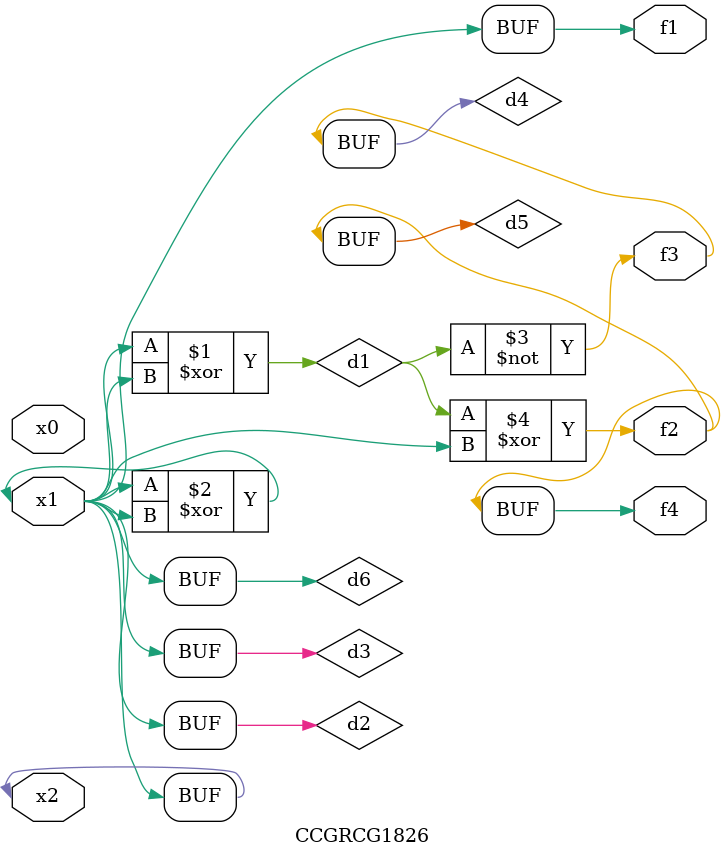
<source format=v>
module CCGRCG1826(
	input x0, x1, x2,
	output f1, f2, f3, f4
);

	wire d1, d2, d3, d4, d5, d6;

	xor (d1, x1, x2);
	buf (d2, x1, x2);
	xor (d3, x1, x2);
	nor (d4, d1);
	xor (d5, d1, d2);
	buf (d6, d2, d3);
	assign f1 = d6;
	assign f2 = d5;
	assign f3 = d4;
	assign f4 = d5;
endmodule

</source>
